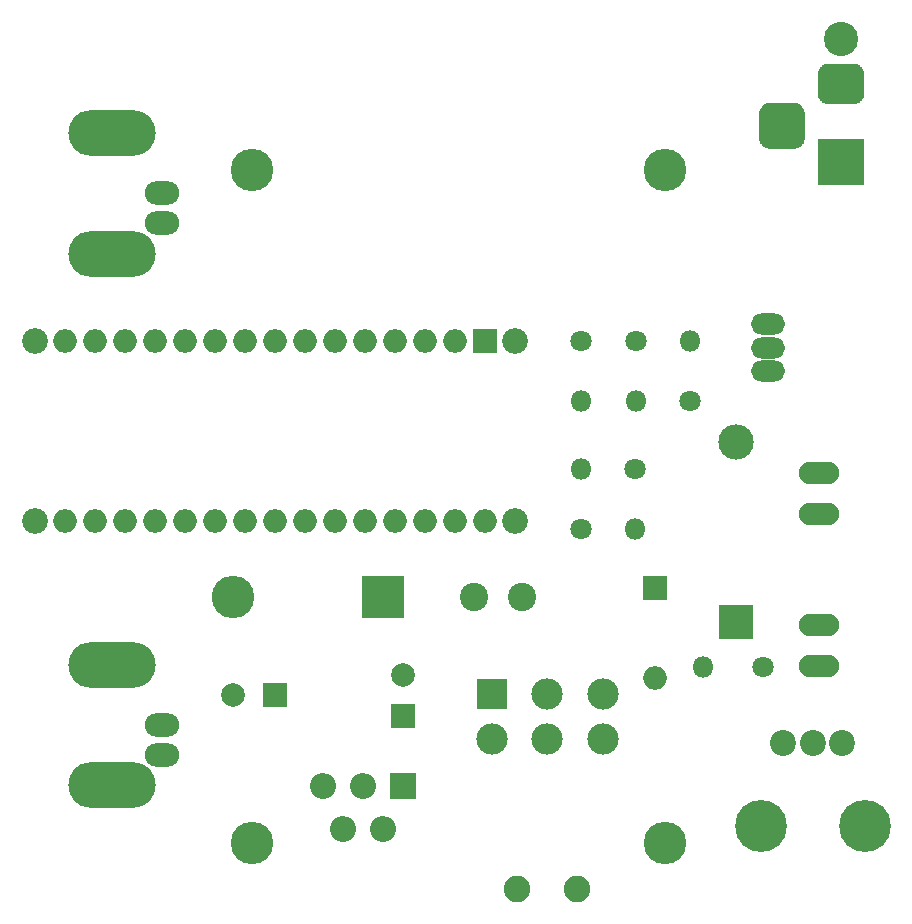
<source format=gbr>
G04 #@! TF.GenerationSoftware,KiCad,Pcbnew,(5.0.0)*
G04 #@! TF.CreationDate,2018-09-07T11:03:02+01:00*
G04 #@! TF.ProjectId,OpenSpritzer,4F70656E53707269747A65722E6B6963,rev?*
G04 #@! TF.SameCoordinates,Original*
G04 #@! TF.FileFunction,Soldermask,Bot*
G04 #@! TF.FilePolarity,Negative*
%FSLAX46Y46*%
G04 Gerber Fmt 4.6, Leading zero omitted, Abs format (unit mm)*
G04 Created by KiCad (PCBNEW (5.0.0)) date 09/07/18 11:03:02*
%MOMM*%
%LPD*%
G01*
G04 APERTURE LIST*
%ADD10O,1.800000X1.800000*%
%ADD11C,1.800000*%
%ADD12C,2.000000*%
%ADD13R,2.000000X2.000000*%
%ADD14C,3.600000*%
%ADD15R,2.650000X2.650000*%
%ADD16C,2.650000*%
%ADD17C,2.250000*%
%ADD18O,3.410000X1.910000*%
%ADD19C,0.100000*%
%ADD20C,3.900000*%
%ADD21C,3.400000*%
%ADD22R,3.900000X3.900000*%
%ADD23C,2.900000*%
%ADD24O,7.400240X3.900120*%
%ADD25O,2.899360X2.000200*%
%ADD26O,2.900000X1.800000*%
%ADD27C,2.200000*%
%ADD28C,4.400000*%
%ADD29O,2.000000X2.000000*%
%ADD30C,2.180000*%
%ADD31R,3.000000X3.000000*%
%ADD32O,3.000000X3.000000*%
%ADD33R,3.600000X3.600000*%
%ADD34O,3.600000X3.600000*%
%ADD35C,2.400000*%
%ADD36R,2.200000X2.200000*%
%ADD37O,2.200000X2.200000*%
G04 APERTURE END LIST*
D10*
G04 #@! TO.C,*
X147900000Y-107580000D03*
D11*
X147900000Y-102500000D03*
G04 #@! TD*
D10*
G04 #@! TO.C,*
X152500000Y-107580000D03*
D11*
X152500000Y-102500000D03*
G04 #@! TD*
D10*
G04 #@! TO.C,*
X157075000Y-102495000D03*
D11*
X157075000Y-107575000D03*
G04 #@! TD*
D10*
G04 #@! TO.C,*
X152475000Y-118405000D03*
D11*
X152475000Y-113325000D03*
G04 #@! TD*
D10*
G04 #@! TO.C,*
X147900000Y-113295000D03*
D11*
X147900000Y-118375000D03*
G04 #@! TD*
D12*
G04 #@! TO.C,*
X118425000Y-132425000D03*
D13*
X121925000Y-132425000D03*
G04 #@! TD*
D10*
G04 #@! TO.C,*
X158220000Y-130050000D03*
D11*
X163300000Y-130050000D03*
G04 #@! TD*
D14*
G04 #@! TO.C,*
X120000000Y-88000000D03*
G04 #@! TD*
G04 #@! TO.C,*
X120000000Y-145000000D03*
G04 #@! TD*
D15*
G04 #@! TO.C,*
X140300000Y-132350000D03*
D16*
X145000000Y-132350000D03*
X149700000Y-132350000D03*
X140300000Y-136160000D03*
X145000000Y-136160000D03*
X149700000Y-136160000D03*
D17*
X142460000Y-148860000D03*
X147540000Y-148860000D03*
G04 #@! TD*
D18*
G04 #@! TO.C,*
X168000000Y-126525000D03*
X168000000Y-130025000D03*
G04 #@! TD*
D19*
G04 #@! TO.C,*
G36*
X165945567Y-82304695D02*
X166040213Y-82318734D01*
X166133028Y-82341983D01*
X166223116Y-82374217D01*
X166309612Y-82415127D01*
X166391681Y-82464317D01*
X166468533Y-82521315D01*
X166539429Y-82585571D01*
X166603685Y-82656467D01*
X166660683Y-82733319D01*
X166709873Y-82815388D01*
X166750783Y-82901884D01*
X166783017Y-82991972D01*
X166806266Y-83084787D01*
X166820305Y-83179433D01*
X166825000Y-83275000D01*
X166825000Y-85225000D01*
X166820305Y-85320567D01*
X166806266Y-85415213D01*
X166783017Y-85508028D01*
X166750783Y-85598116D01*
X166709873Y-85684612D01*
X166660683Y-85766681D01*
X166603685Y-85843533D01*
X166539429Y-85914429D01*
X166468533Y-85978685D01*
X166391681Y-86035683D01*
X166309612Y-86084873D01*
X166223116Y-86125783D01*
X166133028Y-86158017D01*
X166040213Y-86181266D01*
X165945567Y-86195305D01*
X165850000Y-86200000D01*
X163900000Y-86200000D01*
X163804433Y-86195305D01*
X163709787Y-86181266D01*
X163616972Y-86158017D01*
X163526884Y-86125783D01*
X163440388Y-86084873D01*
X163358319Y-86035683D01*
X163281467Y-85978685D01*
X163210571Y-85914429D01*
X163146315Y-85843533D01*
X163089317Y-85766681D01*
X163040127Y-85684612D01*
X162999217Y-85598116D01*
X162966983Y-85508028D01*
X162943734Y-85415213D01*
X162929695Y-85320567D01*
X162925000Y-85225000D01*
X162925000Y-83275000D01*
X162929695Y-83179433D01*
X162943734Y-83084787D01*
X162966983Y-82991972D01*
X162999217Y-82901884D01*
X163040127Y-82815388D01*
X163089317Y-82733319D01*
X163146315Y-82656467D01*
X163210571Y-82585571D01*
X163281467Y-82521315D01*
X163358319Y-82464317D01*
X163440388Y-82415127D01*
X163526884Y-82374217D01*
X163616972Y-82341983D01*
X163709787Y-82318734D01*
X163804433Y-82304695D01*
X163900000Y-82300000D01*
X165850000Y-82300000D01*
X165945567Y-82304695D01*
X165945567Y-82304695D01*
G37*
D20*
X164875000Y-84250000D03*
D19*
G36*
X171058315Y-79004093D02*
X171140827Y-79016333D01*
X171221742Y-79036601D01*
X171300281Y-79064702D01*
X171375687Y-79100367D01*
X171447235Y-79143251D01*
X171514234Y-79192941D01*
X171576041Y-79248959D01*
X171632059Y-79310766D01*
X171681749Y-79377765D01*
X171724633Y-79449313D01*
X171760298Y-79524719D01*
X171788399Y-79603258D01*
X171808667Y-79684173D01*
X171820907Y-79766685D01*
X171825000Y-79850000D01*
X171825000Y-81550000D01*
X171820907Y-81633315D01*
X171808667Y-81715827D01*
X171788399Y-81796742D01*
X171760298Y-81875281D01*
X171724633Y-81950687D01*
X171681749Y-82022235D01*
X171632059Y-82089234D01*
X171576041Y-82151041D01*
X171514234Y-82207059D01*
X171447235Y-82256749D01*
X171375687Y-82299633D01*
X171300281Y-82335298D01*
X171221742Y-82363399D01*
X171140827Y-82383667D01*
X171058315Y-82395907D01*
X170975000Y-82400000D01*
X168775000Y-82400000D01*
X168691685Y-82395907D01*
X168609173Y-82383667D01*
X168528258Y-82363399D01*
X168449719Y-82335298D01*
X168374313Y-82299633D01*
X168302765Y-82256749D01*
X168235766Y-82207059D01*
X168173959Y-82151041D01*
X168117941Y-82089234D01*
X168068251Y-82022235D01*
X168025367Y-81950687D01*
X167989702Y-81875281D01*
X167961601Y-81796742D01*
X167941333Y-81715827D01*
X167929093Y-81633315D01*
X167925000Y-81550000D01*
X167925000Y-79850000D01*
X167929093Y-79766685D01*
X167941333Y-79684173D01*
X167961601Y-79603258D01*
X167989702Y-79524719D01*
X168025367Y-79449313D01*
X168068251Y-79377765D01*
X168117941Y-79310766D01*
X168173959Y-79248959D01*
X168235766Y-79192941D01*
X168302765Y-79143251D01*
X168374313Y-79100367D01*
X168449719Y-79064702D01*
X168528258Y-79036601D01*
X168609173Y-79016333D01*
X168691685Y-79004093D01*
X168775000Y-79000000D01*
X170975000Y-79000000D01*
X171058315Y-79004093D01*
X171058315Y-79004093D01*
G37*
D21*
X169875000Y-80700000D03*
D22*
X169875000Y-87300000D03*
D23*
X169875000Y-76900000D03*
G04 #@! TD*
D18*
G04 #@! TO.C,*
X168000000Y-117125000D03*
X168000000Y-113625000D03*
G04 #@! TD*
D24*
G04 #@! TO.C,*
X108111600Y-95097780D03*
X108111600Y-84899680D03*
D25*
X112376260Y-90000000D03*
X112376260Y-92499360D03*
G04 #@! TD*
D26*
G04 #@! TO.C,*
X163700000Y-103050000D03*
X163700000Y-105050000D03*
X163700000Y-101050000D03*
G04 #@! TD*
D27*
G04 #@! TO.C,*
X170000000Y-136525000D03*
X167500000Y-136525000D03*
X165000000Y-136525000D03*
D28*
X171900000Y-143525000D03*
X163100000Y-143525000D03*
G04 #@! TD*
D13*
G04 #@! TO.C,*
X139700000Y-102500000D03*
D29*
X106680000Y-117740000D03*
X137160000Y-102500000D03*
X109220000Y-117740000D03*
X134620000Y-102500000D03*
X111760000Y-117740000D03*
X132080000Y-102500000D03*
X114300000Y-117740000D03*
X129540000Y-102500000D03*
X116840000Y-117740000D03*
X127000000Y-102500000D03*
X119380000Y-117740000D03*
X124460000Y-102500000D03*
X121920000Y-117740000D03*
X121920000Y-102500000D03*
X124460000Y-117740000D03*
X119380000Y-102500000D03*
X127000000Y-117740000D03*
X116840000Y-102500000D03*
X129540000Y-117740000D03*
X114300000Y-102500000D03*
X132080000Y-117740000D03*
X111760000Y-102500000D03*
X134620000Y-117740000D03*
X109220000Y-102500000D03*
X137160000Y-117740000D03*
X106680000Y-102500000D03*
X139700000Y-117740000D03*
X104140000Y-102500000D03*
X104140000Y-117740000D03*
D30*
X142240000Y-102500000D03*
X142240000Y-117740000D03*
X101600000Y-117740000D03*
X101600000Y-102500000D03*
G04 #@! TD*
D13*
G04 #@! TO.C,*
X154150000Y-123425000D03*
D29*
X154150000Y-131045000D03*
G04 #@! TD*
D31*
G04 #@! TO.C,*
X161000000Y-126300000D03*
D32*
X161000000Y-111060000D03*
G04 #@! TD*
D14*
G04 #@! TO.C,*
X155000000Y-88000000D03*
G04 #@! TD*
D13*
G04 #@! TO.C,*
X132825000Y-134275000D03*
D12*
X132825000Y-130775000D03*
G04 #@! TD*
D33*
G04 #@! TO.C,*
X131125000Y-124150000D03*
D34*
X118425000Y-124150000D03*
G04 #@! TD*
D35*
G04 #@! TO.C,*
X142825000Y-124175000D03*
X138825000Y-124175000D03*
G04 #@! TD*
D36*
G04 #@! TO.C,*
X132825000Y-140125000D03*
D37*
X131125000Y-143825000D03*
X129425000Y-140125000D03*
X127725000Y-143825000D03*
X126025000Y-140125000D03*
G04 #@! TD*
D14*
G04 #@! TO.C,*
X155000000Y-145000000D03*
G04 #@! TD*
D25*
G04 #@! TO.C,*
X112401260Y-137499360D03*
X112401260Y-135000000D03*
D24*
X108136600Y-129899680D03*
X108136600Y-140097780D03*
G04 #@! TD*
M02*

</source>
